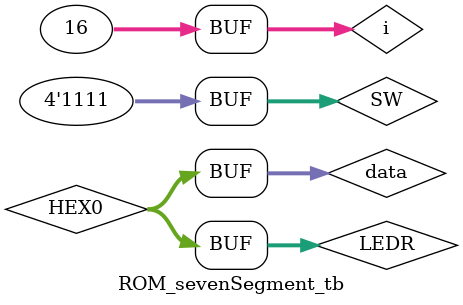
<source format=v>
module ROM_sevenSegment_tb
 ();
 reg [3:0] SW;
 wire [6:0] HEX0;
 wire [6:0] LEDR;
integer i;
wire [6:0] data; ROM_sevenSegment seven_segment_ROM(
 .addr(SW), .data(data)
 );
 initial begin
 for(i=0;i<16;i=i+1)
 begin
 SW=i;
 #10;
 end
end

assign HEX0 = data; 
 assign LEDR = data; 

 endmodule

</source>
